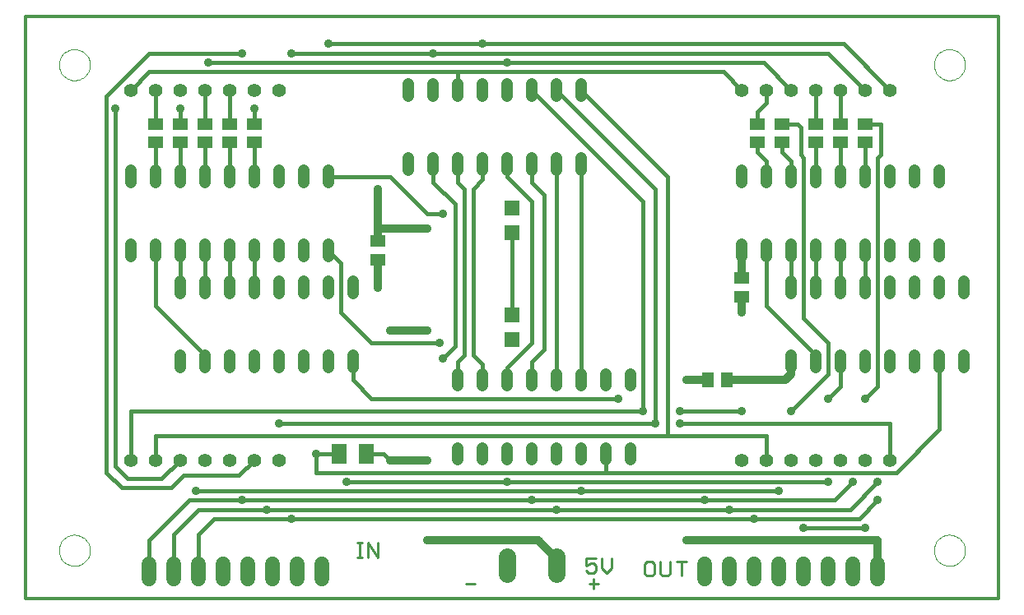
<source format=gtl>
G75*
%MOIN*%
%OFA0B0*%
%FSLAX24Y24*%
%IPPOS*%
%LPD*%
%AMOC8*
5,1,8,0,0,1.08239X$1,22.5*
%
%ADD10C,0.0120*%
%ADD11C,0.0110*%
%ADD12C,0.0480*%
%ADD13C,0.0551*%
%ADD14R,0.0591X0.0591*%
%ADD15C,0.0600*%
%ADD16R,0.0591X0.0512*%
%ADD17R,0.0512X0.0591*%
%ADD18R,0.0630X0.0787*%
%ADD19C,0.0705*%
%ADD20C,0.0000*%
%ADD21C,0.0320*%
%ADD22C,0.0356*%
%ADD23C,0.0160*%
D10*
X009609Y006799D02*
X009609Y030421D01*
X048979Y030421D01*
X048979Y006799D01*
X009609Y006799D01*
D11*
X023039Y008480D02*
X023235Y008480D01*
X023137Y008480D02*
X023137Y009070D01*
X023039Y009070D02*
X023235Y009070D01*
X023468Y009070D02*
X023862Y008480D01*
X023862Y009070D01*
X023468Y009070D02*
X023468Y008480D01*
X027414Y007400D02*
X027807Y007400D01*
X032289Y007953D02*
X032387Y007855D01*
X032584Y007855D01*
X032682Y007953D01*
X032682Y008150D01*
X032584Y008248D01*
X032485Y008248D01*
X032289Y008150D01*
X032289Y008445D01*
X032682Y008445D01*
X032933Y008445D02*
X032933Y008052D01*
X033130Y007855D01*
X033327Y008052D01*
X033327Y008445D01*
X032610Y007597D02*
X032610Y007203D01*
X032414Y007400D02*
X032807Y007400D01*
X034664Y007828D02*
X034762Y007730D01*
X034959Y007730D01*
X035057Y007828D01*
X035057Y008222D01*
X034959Y008320D01*
X034762Y008320D01*
X034664Y008222D01*
X034664Y007828D01*
X035308Y007828D02*
X035406Y007730D01*
X035603Y007730D01*
X035702Y007828D01*
X035702Y008320D01*
X035953Y008320D02*
X036346Y008320D01*
X036149Y008320D02*
X036149Y007730D01*
X035308Y007828D02*
X035308Y008320D01*
D12*
X034109Y012435D02*
X034109Y012915D01*
X033109Y012915D02*
X033109Y012435D01*
X032109Y012435D02*
X032109Y012915D01*
X031109Y012915D02*
X031109Y012435D01*
X030109Y012435D02*
X030109Y012915D01*
X029109Y012915D02*
X029109Y012435D01*
X028109Y012435D02*
X028109Y012915D01*
X027109Y012915D02*
X027109Y012435D01*
X027109Y015435D02*
X027109Y015915D01*
X028109Y015915D02*
X028109Y015435D01*
X029109Y015435D02*
X029109Y015915D01*
X030109Y015915D02*
X030109Y015435D01*
X031109Y015435D02*
X031109Y015915D01*
X032109Y015915D02*
X032109Y015435D01*
X033109Y015435D02*
X033109Y015915D01*
X034109Y015915D02*
X034109Y015435D01*
X040609Y016185D02*
X040609Y016665D01*
X041609Y016665D02*
X041609Y016185D01*
X042609Y016185D02*
X042609Y016665D01*
X043609Y016665D02*
X043609Y016185D01*
X044609Y016185D02*
X044609Y016665D01*
X045609Y016665D02*
X045609Y016185D01*
X046609Y016185D02*
X046609Y016665D01*
X047609Y016665D02*
X047609Y016185D01*
X047609Y019185D02*
X047609Y019665D01*
X046609Y019665D02*
X046609Y019185D01*
X045609Y019185D02*
X045609Y019665D01*
X044609Y019665D02*
X044609Y019185D01*
X043609Y019185D02*
X043609Y019665D01*
X042609Y019665D02*
X042609Y019185D01*
X041609Y019185D02*
X041609Y019665D01*
X040609Y019665D02*
X040609Y019185D01*
X040609Y020685D02*
X040609Y021165D01*
X041609Y021165D02*
X041609Y020685D01*
X042609Y020685D02*
X042609Y021165D01*
X043609Y021165D02*
X043609Y020685D01*
X044609Y020685D02*
X044609Y021165D01*
X045609Y021165D02*
X045609Y020685D01*
X046609Y020685D02*
X046609Y021165D01*
X046609Y023685D02*
X046609Y024165D01*
X045609Y024165D02*
X045609Y023685D01*
X044609Y023685D02*
X044609Y024165D01*
X043609Y024165D02*
X043609Y023685D01*
X042609Y023685D02*
X042609Y024165D01*
X041609Y024165D02*
X041609Y023685D01*
X040609Y023685D02*
X040609Y024165D01*
X039609Y024165D02*
X039609Y023685D01*
X038609Y023685D02*
X038609Y024165D01*
X038609Y021165D02*
X038609Y020685D01*
X039609Y020685D02*
X039609Y021165D01*
X032109Y024185D02*
X032109Y024665D01*
X031109Y024665D02*
X031109Y024185D01*
X030109Y024185D02*
X030109Y024665D01*
X029109Y024665D02*
X029109Y024185D01*
X028109Y024185D02*
X028109Y024665D01*
X027109Y024665D02*
X027109Y024185D01*
X026109Y024185D02*
X026109Y024665D01*
X025109Y024665D02*
X025109Y024185D01*
X021859Y024165D02*
X021859Y023685D01*
X020859Y023685D02*
X020859Y024165D01*
X019859Y024165D02*
X019859Y023685D01*
X018859Y023685D02*
X018859Y024165D01*
X017859Y024165D02*
X017859Y023685D01*
X016859Y023685D02*
X016859Y024165D01*
X015859Y024165D02*
X015859Y023685D01*
X014859Y023685D02*
X014859Y024165D01*
X013859Y024165D02*
X013859Y023685D01*
X013859Y021165D02*
X013859Y020685D01*
X014859Y020685D02*
X014859Y021165D01*
X015859Y021165D02*
X015859Y020685D01*
X016859Y020685D02*
X016859Y021165D01*
X017859Y021165D02*
X017859Y020685D01*
X018859Y020685D02*
X018859Y021165D01*
X019859Y021165D02*
X019859Y020685D01*
X020859Y020685D02*
X020859Y021165D01*
X021859Y021165D02*
X021859Y020685D01*
X021859Y019665D02*
X021859Y019185D01*
X020859Y019185D02*
X020859Y019665D01*
X019859Y019665D02*
X019859Y019185D01*
X018859Y019185D02*
X018859Y019665D01*
X017859Y019665D02*
X017859Y019185D01*
X016859Y019185D02*
X016859Y019665D01*
X015859Y019665D02*
X015859Y019185D01*
X015859Y016665D02*
X015859Y016185D01*
X016859Y016185D02*
X016859Y016665D01*
X017859Y016665D02*
X017859Y016185D01*
X018859Y016185D02*
X018859Y016665D01*
X019859Y016665D02*
X019859Y016185D01*
X020859Y016185D02*
X020859Y016665D01*
X021859Y016665D02*
X021859Y016185D01*
X022859Y016185D02*
X022859Y016665D01*
X022859Y019185D02*
X022859Y019665D01*
X025109Y027185D02*
X025109Y027665D01*
X026109Y027665D02*
X026109Y027185D01*
X027109Y027185D02*
X027109Y027665D01*
X028109Y027665D02*
X028109Y027185D01*
X029109Y027185D02*
X029109Y027665D01*
X030109Y027665D02*
X030109Y027185D01*
X031109Y027185D02*
X031109Y027665D01*
X032109Y027665D02*
X032109Y027185D01*
D13*
X038609Y027425D03*
X039609Y027425D03*
X040609Y027425D03*
X041609Y027425D03*
X042609Y027425D03*
X043609Y027425D03*
X044609Y027425D03*
X044609Y012425D03*
X043609Y012425D03*
X042609Y012425D03*
X041609Y012425D03*
X040609Y012425D03*
X039609Y012425D03*
X038609Y012425D03*
X019859Y012425D03*
X018859Y012425D03*
X017859Y012425D03*
X016859Y012425D03*
X015859Y012425D03*
X014859Y012425D03*
X013859Y012425D03*
X013859Y027425D03*
X014859Y027425D03*
X015859Y027425D03*
X016859Y027425D03*
X017859Y027425D03*
X018859Y027425D03*
X019859Y027425D03*
D14*
X029294Y022653D03*
X029294Y021653D03*
X029294Y018322D03*
X029294Y017322D03*
D15*
X021609Y008225D02*
X021609Y007625D01*
X020609Y007625D02*
X020609Y008225D01*
X019609Y008225D02*
X019609Y007625D01*
X018609Y007625D02*
X018609Y008225D01*
X017609Y008225D02*
X017609Y007625D01*
X016609Y007625D02*
X016609Y008225D01*
X015609Y008225D02*
X015609Y007625D01*
X014609Y007625D02*
X014609Y008225D01*
X037109Y008225D02*
X037109Y007625D01*
X038109Y007625D02*
X038109Y008225D01*
X039109Y008225D02*
X039109Y007625D01*
X040109Y007625D02*
X040109Y008225D01*
X041109Y008225D02*
X041109Y007625D01*
X042109Y007625D02*
X042109Y008225D01*
X043109Y008225D02*
X043109Y007625D01*
X044109Y007625D02*
X044109Y008225D01*
D16*
X038609Y019051D03*
X038609Y019799D03*
X039234Y025301D03*
X039234Y026049D03*
X040234Y026049D03*
X040234Y025301D03*
X041609Y025301D03*
X042609Y025301D03*
X042609Y026049D03*
X041609Y026049D03*
X043609Y026049D03*
X043609Y025301D03*
X023859Y021299D03*
X023859Y020551D03*
X018859Y025301D03*
X018859Y026049D03*
X017859Y026049D03*
X016859Y026049D03*
X016859Y025301D03*
X017859Y025301D03*
X015859Y025301D03*
X015859Y026049D03*
X014859Y026049D03*
X014859Y025301D03*
D17*
X037235Y015675D03*
X037983Y015675D03*
D18*
X023410Y012675D03*
X022307Y012675D03*
D19*
X029109Y008527D02*
X029109Y007822D01*
X031109Y007822D02*
X031109Y008527D01*
D20*
X046380Y008767D02*
X046382Y008817D01*
X046388Y008867D01*
X046398Y008916D01*
X046412Y008964D01*
X046429Y009011D01*
X046450Y009056D01*
X046475Y009100D01*
X046503Y009141D01*
X046535Y009180D01*
X046569Y009217D01*
X046606Y009251D01*
X046646Y009281D01*
X046688Y009308D01*
X046732Y009332D01*
X046778Y009353D01*
X046825Y009369D01*
X046873Y009382D01*
X046923Y009391D01*
X046972Y009396D01*
X047023Y009397D01*
X047073Y009394D01*
X047122Y009387D01*
X047171Y009376D01*
X047219Y009361D01*
X047265Y009343D01*
X047310Y009321D01*
X047353Y009295D01*
X047394Y009266D01*
X047433Y009234D01*
X047469Y009199D01*
X047501Y009161D01*
X047531Y009121D01*
X047558Y009078D01*
X047581Y009034D01*
X047600Y008988D01*
X047616Y008940D01*
X047628Y008891D01*
X047636Y008842D01*
X047640Y008792D01*
X047640Y008742D01*
X047636Y008692D01*
X047628Y008643D01*
X047616Y008594D01*
X047600Y008546D01*
X047581Y008500D01*
X047558Y008456D01*
X047531Y008413D01*
X047501Y008373D01*
X047469Y008335D01*
X047433Y008300D01*
X047394Y008268D01*
X047353Y008239D01*
X047310Y008213D01*
X047265Y008191D01*
X047219Y008173D01*
X047171Y008158D01*
X047122Y008147D01*
X047073Y008140D01*
X047023Y008137D01*
X046972Y008138D01*
X046923Y008143D01*
X046873Y008152D01*
X046825Y008165D01*
X046778Y008181D01*
X046732Y008202D01*
X046688Y008226D01*
X046646Y008253D01*
X046606Y008283D01*
X046569Y008317D01*
X046535Y008354D01*
X046503Y008393D01*
X046475Y008434D01*
X046450Y008478D01*
X046429Y008523D01*
X046412Y008570D01*
X046398Y008618D01*
X046388Y008667D01*
X046382Y008717D01*
X046380Y008767D01*
X046380Y028452D02*
X046382Y028502D01*
X046388Y028552D01*
X046398Y028601D01*
X046412Y028649D01*
X046429Y028696D01*
X046450Y028741D01*
X046475Y028785D01*
X046503Y028826D01*
X046535Y028865D01*
X046569Y028902D01*
X046606Y028936D01*
X046646Y028966D01*
X046688Y028993D01*
X046732Y029017D01*
X046778Y029038D01*
X046825Y029054D01*
X046873Y029067D01*
X046923Y029076D01*
X046972Y029081D01*
X047023Y029082D01*
X047073Y029079D01*
X047122Y029072D01*
X047171Y029061D01*
X047219Y029046D01*
X047265Y029028D01*
X047310Y029006D01*
X047353Y028980D01*
X047394Y028951D01*
X047433Y028919D01*
X047469Y028884D01*
X047501Y028846D01*
X047531Y028806D01*
X047558Y028763D01*
X047581Y028719D01*
X047600Y028673D01*
X047616Y028625D01*
X047628Y028576D01*
X047636Y028527D01*
X047640Y028477D01*
X047640Y028427D01*
X047636Y028377D01*
X047628Y028328D01*
X047616Y028279D01*
X047600Y028231D01*
X047581Y028185D01*
X047558Y028141D01*
X047531Y028098D01*
X047501Y028058D01*
X047469Y028020D01*
X047433Y027985D01*
X047394Y027953D01*
X047353Y027924D01*
X047310Y027898D01*
X047265Y027876D01*
X047219Y027858D01*
X047171Y027843D01*
X047122Y027832D01*
X047073Y027825D01*
X047023Y027822D01*
X046972Y027823D01*
X046923Y027828D01*
X046873Y027837D01*
X046825Y027850D01*
X046778Y027866D01*
X046732Y027887D01*
X046688Y027911D01*
X046646Y027938D01*
X046606Y027968D01*
X046569Y028002D01*
X046535Y028039D01*
X046503Y028078D01*
X046475Y028119D01*
X046450Y028163D01*
X046429Y028208D01*
X046412Y028255D01*
X046398Y028303D01*
X046388Y028352D01*
X046382Y028402D01*
X046380Y028452D01*
X010947Y028452D02*
X010949Y028502D01*
X010955Y028552D01*
X010965Y028601D01*
X010979Y028649D01*
X010996Y028696D01*
X011017Y028741D01*
X011042Y028785D01*
X011070Y028826D01*
X011102Y028865D01*
X011136Y028902D01*
X011173Y028936D01*
X011213Y028966D01*
X011255Y028993D01*
X011299Y029017D01*
X011345Y029038D01*
X011392Y029054D01*
X011440Y029067D01*
X011490Y029076D01*
X011539Y029081D01*
X011590Y029082D01*
X011640Y029079D01*
X011689Y029072D01*
X011738Y029061D01*
X011786Y029046D01*
X011832Y029028D01*
X011877Y029006D01*
X011920Y028980D01*
X011961Y028951D01*
X012000Y028919D01*
X012036Y028884D01*
X012068Y028846D01*
X012098Y028806D01*
X012125Y028763D01*
X012148Y028719D01*
X012167Y028673D01*
X012183Y028625D01*
X012195Y028576D01*
X012203Y028527D01*
X012207Y028477D01*
X012207Y028427D01*
X012203Y028377D01*
X012195Y028328D01*
X012183Y028279D01*
X012167Y028231D01*
X012148Y028185D01*
X012125Y028141D01*
X012098Y028098D01*
X012068Y028058D01*
X012036Y028020D01*
X012000Y027985D01*
X011961Y027953D01*
X011920Y027924D01*
X011877Y027898D01*
X011832Y027876D01*
X011786Y027858D01*
X011738Y027843D01*
X011689Y027832D01*
X011640Y027825D01*
X011590Y027822D01*
X011539Y027823D01*
X011490Y027828D01*
X011440Y027837D01*
X011392Y027850D01*
X011345Y027866D01*
X011299Y027887D01*
X011255Y027911D01*
X011213Y027938D01*
X011173Y027968D01*
X011136Y028002D01*
X011102Y028039D01*
X011070Y028078D01*
X011042Y028119D01*
X011017Y028163D01*
X010996Y028208D01*
X010979Y028255D01*
X010965Y028303D01*
X010955Y028352D01*
X010949Y028402D01*
X010947Y028452D01*
X010947Y008767D02*
X010949Y008817D01*
X010955Y008867D01*
X010965Y008916D01*
X010979Y008964D01*
X010996Y009011D01*
X011017Y009056D01*
X011042Y009100D01*
X011070Y009141D01*
X011102Y009180D01*
X011136Y009217D01*
X011173Y009251D01*
X011213Y009281D01*
X011255Y009308D01*
X011299Y009332D01*
X011345Y009353D01*
X011392Y009369D01*
X011440Y009382D01*
X011490Y009391D01*
X011539Y009396D01*
X011590Y009397D01*
X011640Y009394D01*
X011689Y009387D01*
X011738Y009376D01*
X011786Y009361D01*
X011832Y009343D01*
X011877Y009321D01*
X011920Y009295D01*
X011961Y009266D01*
X012000Y009234D01*
X012036Y009199D01*
X012068Y009161D01*
X012098Y009121D01*
X012125Y009078D01*
X012148Y009034D01*
X012167Y008988D01*
X012183Y008940D01*
X012195Y008891D01*
X012203Y008842D01*
X012207Y008792D01*
X012207Y008742D01*
X012203Y008692D01*
X012195Y008643D01*
X012183Y008594D01*
X012167Y008546D01*
X012148Y008500D01*
X012125Y008456D01*
X012098Y008413D01*
X012068Y008373D01*
X012036Y008335D01*
X012000Y008300D01*
X011961Y008268D01*
X011920Y008239D01*
X011877Y008213D01*
X011832Y008191D01*
X011786Y008173D01*
X011738Y008158D01*
X011689Y008147D01*
X011640Y008140D01*
X011590Y008137D01*
X011539Y008138D01*
X011490Y008143D01*
X011440Y008152D01*
X011392Y008165D01*
X011345Y008181D01*
X011299Y008202D01*
X011255Y008226D01*
X011213Y008253D01*
X011173Y008283D01*
X011136Y008317D01*
X011102Y008354D01*
X011070Y008393D01*
X011042Y008434D01*
X011017Y008478D01*
X010996Y008523D01*
X010979Y008570D01*
X010965Y008618D01*
X010955Y008667D01*
X010949Y008717D01*
X010947Y008767D01*
D21*
X024359Y012425D02*
X025859Y012425D01*
X025859Y009175D02*
X030359Y009175D01*
X031109Y008425D01*
X031109Y008175D01*
X036359Y009175D02*
X044109Y009175D01*
X044109Y007925D01*
X040359Y015675D02*
X037983Y015675D01*
X037235Y015675D02*
X036359Y015675D01*
X040359Y015675D02*
X040609Y015925D01*
X040609Y016425D01*
X038609Y018425D02*
X038609Y019051D01*
X038609Y019799D02*
X038609Y020925D01*
X025859Y021800D02*
X023859Y021800D01*
X023859Y021299D01*
X023859Y021800D02*
X023859Y023425D01*
X023859Y020551D02*
X023859Y019425D01*
X024359Y017675D02*
X025859Y017675D01*
D22*
X025859Y017675D03*
X026359Y017175D03*
X026484Y016550D03*
X024359Y017675D03*
X023859Y019425D03*
X025859Y021800D03*
X026484Y022425D03*
X023859Y023425D03*
X018859Y026675D03*
X016984Y028550D03*
X018359Y028925D03*
X020359Y028925D03*
X021859Y029300D03*
X026109Y028925D03*
X028109Y029300D03*
X029109Y028550D03*
X015859Y026675D03*
X013234Y026675D03*
X019859Y013925D03*
X021359Y012675D03*
X022609Y011550D03*
X024359Y012425D03*
X025859Y012425D03*
X029109Y011550D03*
X030109Y010800D03*
X031109Y010425D03*
X032109Y011175D03*
X035109Y013925D03*
X034609Y014425D03*
X033609Y014925D03*
X036109Y014425D03*
X036109Y013925D03*
X038609Y014425D03*
X040609Y014425D03*
X042109Y014925D03*
X043609Y014925D03*
X044109Y011550D03*
X043109Y011550D03*
X042109Y011550D03*
X040109Y011175D03*
X039109Y010050D03*
X038109Y010425D03*
X037109Y010800D03*
X036359Y009175D03*
X041109Y009675D03*
X043609Y009675D03*
X044109Y010800D03*
X036359Y015675D03*
X038609Y018425D03*
X025859Y009175D03*
X020359Y010050D03*
X019359Y010425D03*
X018359Y010800D03*
X016484Y011175D03*
D23*
X032109Y011175D01*
X040109Y011175D01*
X039609Y012425D02*
X039609Y013425D01*
X035609Y013425D01*
X014859Y013425D01*
X014859Y012425D01*
X015109Y011675D02*
X013734Y011675D01*
X013234Y012175D01*
X013234Y026675D01*
X012859Y027175D02*
X012859Y011925D01*
X013484Y011300D01*
X015484Y011300D01*
X015984Y011800D01*
X018234Y011800D01*
X018859Y012425D01*
X019859Y013925D02*
X035109Y013925D01*
X035109Y023425D01*
X031109Y027425D01*
X030109Y027425D02*
X034609Y022925D01*
X034609Y014425D01*
X013859Y014425D01*
X013859Y012425D01*
X015109Y011675D02*
X015859Y012425D01*
X016234Y010800D02*
X018359Y010800D01*
X030109Y010800D01*
X037109Y010800D01*
X042359Y010800D01*
X043109Y011550D01*
X044109Y011550D02*
X042984Y010425D01*
X038109Y010425D01*
X031109Y010425D01*
X019359Y010425D01*
X016609Y010425D01*
X015609Y009425D01*
X015609Y007925D01*
X016609Y007925D02*
X016609Y009425D01*
X017234Y010050D01*
X020359Y010050D01*
X039109Y010050D01*
X043359Y010050D01*
X044109Y010800D01*
X043609Y009675D02*
X041109Y009675D01*
X042109Y011550D02*
X029109Y011550D01*
X022609Y011550D01*
X022307Y012675D02*
X021359Y012675D01*
X021359Y011925D01*
X033109Y011925D01*
X033109Y012675D01*
X033109Y011925D02*
X044859Y011925D01*
X046609Y013675D01*
X046609Y016425D01*
X044109Y015425D02*
X044109Y024675D01*
X044234Y024800D01*
X044234Y026050D01*
X043735Y026050D01*
X043735Y026049D01*
X043609Y026049D01*
X043609Y025301D02*
X043609Y023925D01*
X042609Y023925D02*
X042609Y025301D01*
X041609Y025301D02*
X041609Y023925D01*
X041109Y024675D02*
X040984Y024800D01*
X040984Y025925D01*
X040859Y026050D01*
X040235Y026050D01*
X040234Y026049D01*
X040234Y025301D02*
X040234Y024925D01*
X040609Y024550D01*
X040609Y023925D01*
X041109Y024675D02*
X041109Y018175D01*
X042109Y017175D01*
X042109Y015925D01*
X040609Y014425D01*
X042109Y014925D02*
X042609Y015425D01*
X042609Y016425D01*
X041609Y016425D02*
X041609Y016675D01*
X039609Y018675D01*
X039609Y020925D01*
X040609Y020925D02*
X040609Y019425D01*
X041609Y019425D02*
X041609Y020925D01*
X042609Y020925D02*
X042609Y019425D01*
X043609Y019425D02*
X043609Y020925D01*
X039609Y023925D02*
X039609Y024550D01*
X039234Y024925D01*
X039234Y025301D01*
X039234Y026049D02*
X039234Y026550D01*
X039609Y026925D01*
X039609Y027425D01*
X040609Y027425D02*
X039484Y028550D01*
X029109Y028550D01*
X016984Y028550D01*
X018359Y028925D02*
X014609Y028925D01*
X012859Y027175D01*
X013859Y027425D02*
X014609Y028175D01*
X027109Y028175D01*
X037859Y028175D01*
X038609Y027425D01*
X041609Y027425D02*
X041609Y026049D01*
X041577Y026049D01*
X042577Y026049D02*
X042609Y026049D01*
X042609Y027425D01*
X043609Y027425D02*
X042109Y028925D01*
X026109Y028925D01*
X020359Y028925D01*
X021859Y029300D02*
X028109Y029300D01*
X042734Y029300D01*
X044609Y027425D01*
X035609Y023925D02*
X035609Y013425D01*
X036109Y013925D02*
X044609Y013925D01*
X044609Y012425D01*
X043609Y014925D02*
X044109Y015425D01*
X038609Y014425D02*
X036109Y014425D01*
X033609Y014925D02*
X023609Y014925D01*
X022859Y015675D01*
X022859Y016425D01*
X023609Y017175D02*
X026359Y017175D01*
X026984Y017050D02*
X026484Y016550D01*
X027109Y016425D02*
X027109Y015675D01*
X027109Y016425D02*
X027359Y016675D01*
X027359Y023425D01*
X027109Y023675D01*
X027109Y024425D01*
X026109Y024425D02*
X026109Y023675D01*
X026984Y022800D01*
X026984Y017050D01*
X027734Y016675D02*
X028109Y016300D01*
X028109Y015675D01*
X029109Y015675D02*
X029109Y016175D01*
X030109Y017175D01*
X030109Y022925D01*
X029109Y023925D01*
X029109Y024425D01*
X030109Y024425D02*
X030109Y023675D01*
X030609Y023175D01*
X030609Y016925D01*
X030109Y016425D01*
X030109Y015675D01*
X031109Y015675D02*
X031109Y024425D01*
X032109Y024425D02*
X032109Y015675D01*
X029294Y018322D02*
X029294Y021653D01*
X027734Y023425D02*
X027734Y016675D01*
X023609Y017175D02*
X022359Y018425D01*
X022359Y020425D01*
X021859Y020925D01*
X018859Y020925D02*
X018859Y019425D01*
X017859Y019425D02*
X017859Y020925D01*
X016859Y020925D02*
X016859Y019425D01*
X015859Y019425D02*
X015859Y020925D01*
X014859Y020925D02*
X014859Y018675D01*
X016859Y016675D01*
X016859Y016425D01*
X023410Y012675D02*
X024109Y012675D01*
X024359Y012425D01*
X016234Y010800D02*
X014609Y009175D01*
X014609Y007925D01*
X025859Y022425D02*
X026484Y022425D01*
X025859Y022425D02*
X024359Y023925D01*
X021859Y023925D01*
X018859Y023925D02*
X018859Y025301D01*
X018859Y026049D02*
X018859Y026675D01*
X017859Y026049D02*
X017859Y027425D01*
X016859Y027425D02*
X016859Y026049D01*
X016859Y025301D02*
X016859Y023925D01*
X017859Y023925D02*
X017859Y025301D01*
X015859Y025301D02*
X015859Y023925D01*
X014859Y023925D02*
X014859Y025301D01*
X014859Y026049D02*
X014859Y027425D01*
X015859Y026675D02*
X015859Y026049D01*
X027109Y027425D02*
X027109Y028175D01*
X032109Y027425D02*
X035609Y023925D01*
X028109Y023800D02*
X027734Y023425D01*
X028109Y023800D02*
X028109Y024425D01*
M02*

</source>
